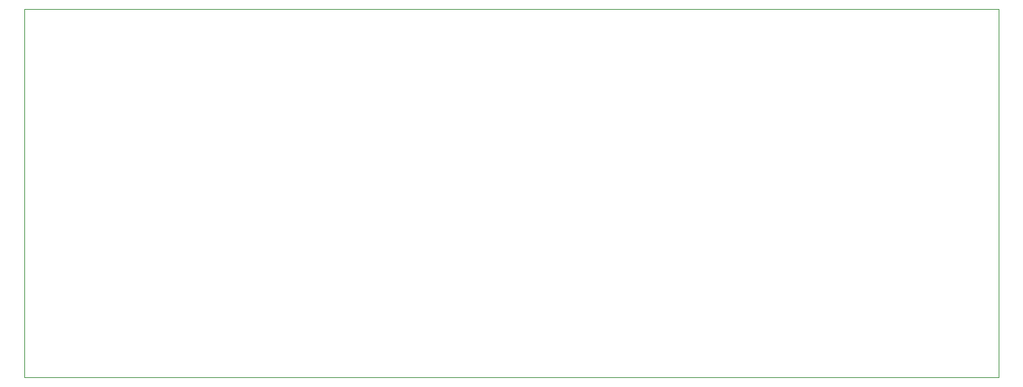
<source format=gbr>
%TF.GenerationSoftware,KiCad,Pcbnew,9.0.4*%
%TF.CreationDate,2025-11-20T22:36:02-07:00*%
%TF.ProjectId,Ready To Drive Light,52656164-7920-4546-9f20-447269766520,rev?*%
%TF.SameCoordinates,Original*%
%TF.FileFunction,Profile,NP*%
%FSLAX46Y46*%
G04 Gerber Fmt 4.6, Leading zero omitted, Abs format (unit mm)*
G04 Created by KiCad (PCBNEW 9.0.4) date 2025-11-20 22:36:02*
%MOMM*%
%LPD*%
G01*
G04 APERTURE LIST*
%TA.AperFunction,Profile*%
%ADD10C,0.050000*%
%TD*%
G04 APERTURE END LIST*
D10*
X78754101Y-75833402D02*
X197354101Y-75833402D01*
X197354101Y-120633402D01*
X78754101Y-120633402D01*
X78754101Y-75833402D01*
M02*

</source>
